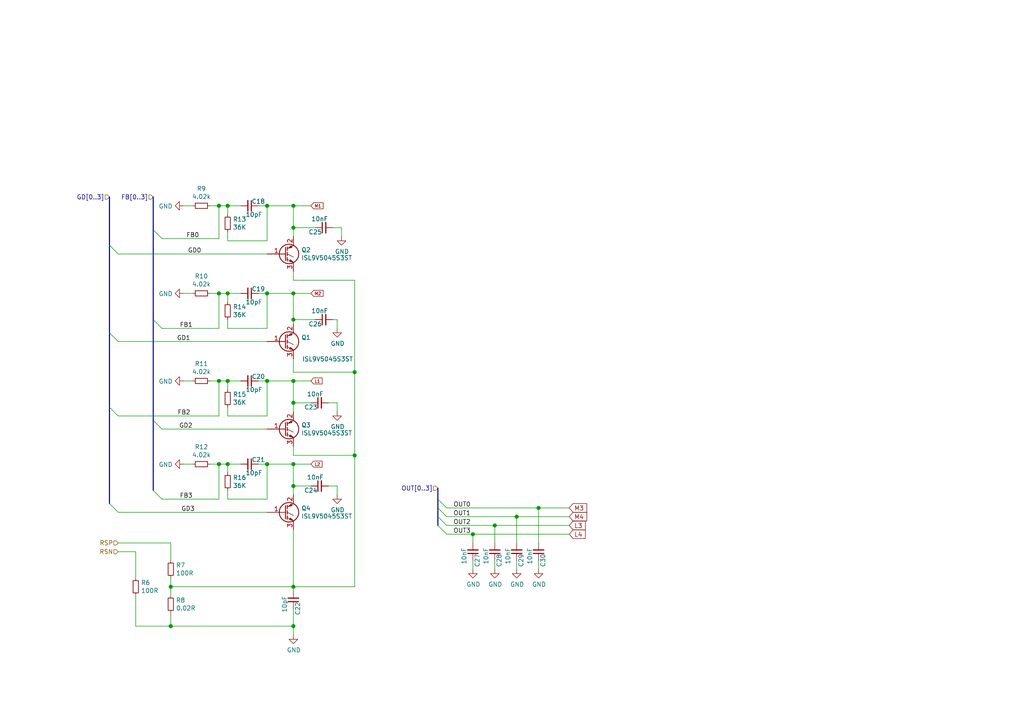
<source format=kicad_sch>
(kicad_sch (version 20211123) (generator eeschema)
  (paper "A4")
  (title_block (title "uEFI") (date "%%date%%") (rev "v3-%%version%%") (company "Churrosoft") (comment 1 "MIT Licence"))
  (lib_symbols
    (symbol "Device:C_Small" (pin_numbers hide) (pin_names (offset 0.254) hide)
      (property "Reference" "C" (at 0.254 1.778 0))
      (property "Value" "C_Small" (at 0.254 -2.032 0))
      (symbol "C_Small_0_1"
        (polyline (pts (xy -1.524 -0.508) (xy 1.524 -0.508)) (stroke (width 0.3302)))
        (polyline (pts (xy -1.524 0.508) (xy 1.524 0.508)) (stroke (width 0.3048)))
      )
      (symbol "C_Small_1_1"
        (pin passive line (at 0 2.54 270) (length 2.032) (name "~") (number "1"))
        (pin passive line (at 0 -2.54 90) (length 2.032) (name "~") (number "2"))
      )
    )
    (symbol "Device:Q_NIGBT_GCE" (pin_names (offset 0) hide)
      (property "Reference" "Q" (at 5.08 1.27 0))
      (property "Value" "Q_NIGBT_GCE" (at 5.08 -1.27 0))
      (symbol "Q_NIGBT_GCE_0_1"
        (polyline (pts (xy 0.762 -1.016) (xy 0.762 -2.032)) (stroke (width 0.254)))
        (polyline (pts (xy 0.762 0.508) (xy 0.762 -0.508)) (stroke (width 0.254)))
        (polyline (pts (xy 0.762 2.032) (xy 0.762 1.016)) (stroke (width 0.254)))
        (polyline (pts (xy 2.54 -2.413) (xy 0.762 -1.524)))
        (polyline (pts (xy 2.54 -0.889) (xy 0.762 0)))
        (polyline (pts (xy 2.54 2.413) (xy 0.762 1.524)))
        (polyline (pts (xy 0.254 1.905) (xy 0.254 -1.905) (xy 0.254 -1.905)) (stroke (width 0.254)))
        (polyline (pts (xy 1.397 -2.159) (xy 1.651 -1.651) (xy 2.54 -2.413) (xy 1.397 -2.159)) (fill (type outline)))
        (polyline (pts (xy 2.159 1.905) (xy 1.905 2.413) (xy 1.016 1.651) (xy 2.159 1.905)) (fill (type outline)))
        (circle (center 1.27 0) (radius 2.8194) (stroke (width 0.254)))
      )
      (symbol "Q_NIGBT_GCE_1_1"
        (pin input line (at -5.08 0 0) (length 5.334) (name "G") (number "1"))
        (pin passive line (at 2.54 5.08 270) (length 2.54) (name "C") (number "2"))
        (pin passive line (at 2.54 -5.08 90) (length 2.54) (name "E") (number "3"))
      )
    )
    (symbol "Device:R_Small" (pin_numbers hide) (pin_names (offset 0.254) hide)
      (property "Reference" "R" (at 0.762 0.508 0))
      (property "Value" "R_Small" (at 0.762 -1.016 0))
      (symbol "R_Small_0_1"
        (rectangle (start -0.762 1.778) (end 0.762 -1.778) (stroke (width 0.2032)))
      )
      (symbol "R_Small_1_1"
        (pin passive line (at 0 2.54 270) (length 0.762) (name "~") (number "1"))
        (pin passive line (at 0 -2.54 90) (length 0.762) (name "~") (number "2"))
      )
    )
    (symbol "power:GND" (power) (pin_names (offset 0))
      (property "Value" "GND" (at 0 -3.81 0))
      (symbol "GND_0_1"
        (polyline (pts (xy 0 0) (xy 0 -1.27) (xy 1.27 -1.27) (xy 0 -2.54) (xy -1.27 -1.27) (xy 0 -1.27)))
      )
      (symbol "GND_1_1"
        (pin power_in line (at 0 0 270) (length 0) hide (name "GND") (number "1"))
      )
    )
  )
  (junction (at 85.09 66.04) (diameter 1.016))
  (junction (at 49.53 170.18) (diameter 1.016))
  (junction (at 66.04 134.62) (diameter 1.016))
  (junction (at 85.09 85.09) (diameter 1.016))
  (junction (at 102.87 107.95) (diameter 1.016))
  (junction (at 63.5 59.69) (diameter 1.016))
  (junction (at 85.09 140.97) (diameter 1.016))
  (junction (at 77.47 59.69) (diameter 1.016))
  (junction (at 102.87 132.08) (diameter 1.016))
  (junction (at 77.47 110.49) (diameter 1.016))
  (junction (at 77.47 85.09) (diameter 1.016))
  (junction (at 85.09 116.84) (diameter 1.016))
  (junction (at 66.04 110.49) (diameter 1.016))
  (junction (at 66.04 85.09) (diameter 1.016))
  (junction (at 85.09 92.71) (diameter 1.016))
  (junction (at 156.21 147.32) (diameter 1.016))
  (junction (at 63.5 134.62) (diameter 1.016))
  (junction (at 137.16 154.94) (diameter 1.016))
  (junction (at 66.04 59.69) (diameter 1.016))
  (junction (at 85.09 170.18) (diameter 1.016))
  (junction (at 85.09 59.69) (diameter 1.016))
  (junction (at 85.09 181.61) (diameter 1.016))
  (junction (at 149.86 149.86) (diameter 1.016))
  (junction (at 143.51 152.4) (diameter 1.016))
  (junction (at 63.5 110.49) (diameter 1.016))
  (junction (at 63.5 85.09) (diameter 1.016))
  (junction (at 49.53 181.61) (diameter 1.016))
  (junction (at 77.47 134.62) (diameter 1.016))
  (junction (at 85.09 110.49) (diameter 1.016))
  (junction (at 85.09 134.62) (diameter 1.016))
  (bus_entry (at 44.45 121.92) (size 2.54 2.54) (stroke (width 0.1524)))
  (bus_entry (at 44.45 66.675) (size 2.54 2.54) (stroke (width 0.1524)))
  (bus_entry (at 44.45 142.24) (size 2.54 2.54) (stroke (width 0.1524)))
  (bus_entry (at 31.75 96.52) (size 2.54 2.54) (stroke (width 0.1524)))
  (bus_entry (at 127 152.4) (size 2.54 2.54) (stroke (width 0.1524)))
  (bus_entry (at 31.75 146.05) (size 2.54 2.54) (stroke (width 0.1524)))
  (bus_entry (at 127 144.78) (size 2.54 2.54) (stroke (width 0.1524)))
  (bus_entry (at 31.75 71.12) (size 2.54 2.54) (stroke (width 0.1524)))
  (bus_entry (at 31.75 118.11) (size 2.54 2.54) (stroke (width 0.1524)))
  (bus_entry (at 127 149.86) (size 2.54 2.54) (stroke (width 0.1524)))
  (bus_entry (at 127 147.32) (size 2.54 2.54) (stroke (width 0.1524)))
  (bus_entry (at 44.45 92.71) (size 2.54 2.54) (stroke (width 0.1524)))
  (wire (pts (xy 63.5 85.09) (xy 63.5 95.25)))
  (wire (pts (xy 77.47 144.78) (xy 66.04 144.78)))
  (bus (pts (xy 44.45 92.71) (xy 44.45 121.92)))
  (wire (pts (xy 66.04 137.16) (xy 66.04 134.62)))
  (wire (pts (xy 129.54 154.94) (xy 137.16 154.94)))
  (wire (pts (xy 137.16 154.94) (xy 165.1 154.94)))
  (wire (pts (xy 85.09 104.14) (xy 85.09 107.95)))
  (wire (pts (xy 66.04 134.62) (xy 69.85 134.62)))
  (wire (pts (xy 85.09 110.49) (xy 85.09 116.84)))
  (wire (pts (xy 34.29 148.59) (xy 77.47 148.59)))
  (bus (pts (xy 127 141.605) (xy 127 144.78)))
  (bus (pts (xy 44.45 121.92) (xy 44.45 142.24)))
  (wire (pts (xy 39.37 181.61) (xy 49.53 181.61)))
  (bus (pts (xy 31.75 118.11) (xy 31.75 146.05)))
  (wire (pts (xy 99.06 66.04) (xy 99.06 68.58)))
  (wire (pts (xy 77.47 95.25) (xy 66.04 95.25)))
  (wire (pts (xy 156.21 147.32) (xy 165.1 147.32)))
  (wire (pts (xy 156.21 147.32) (xy 156.21 157.48)))
  (wire (pts (xy 66.04 62.23) (xy 66.04 59.69)))
  (wire (pts (xy 60.96 134.62) (xy 63.5 134.62)))
  (wire (pts (xy 95.25 140.97) (xy 97.79 140.97)))
  (wire (pts (xy 60.96 59.69) (xy 63.5 59.69)))
  (wire (pts (xy 102.87 107.95) (xy 102.87 132.08)))
  (wire (pts (xy 91.44 66.04) (xy 85.09 66.04)))
  (wire (pts (xy 49.53 170.18) (xy 85.09 170.18)))
  (wire (pts (xy 77.47 134.62) (xy 77.47 144.78)))
  (wire (pts (xy 46.99 144.78) (xy 63.5 144.78)))
  (wire (pts (xy 85.09 140.97) (xy 85.09 143.51)))
  (wire (pts (xy 66.04 95.25) (xy 66.04 92.71)))
  (wire (pts (xy 77.47 59.69) (xy 85.09 59.69)))
  (wire (pts (xy 97.79 140.97) (xy 97.79 143.51)))
  (wire (pts (xy 85.09 129.54) (xy 85.09 132.08)))
  (bus (pts (xy 44.45 66.675) (xy 44.45 92.71)))
  (wire (pts (xy 63.5 134.62) (xy 66.04 134.62)))
  (wire (pts (xy 53.34 85.09) (xy 55.88 85.09)))
  (wire (pts (xy 85.09 134.62) (xy 85.09 140.97)))
  (wire (pts (xy 63.5 110.49) (xy 66.04 110.49)))
  (wire (pts (xy 63.5 110.49) (xy 63.5 120.65)))
  (wire (pts (xy 63.5 85.09) (xy 66.04 85.09)))
  (wire (pts (xy 85.09 66.04) (xy 85.09 68.58)))
  (wire (pts (xy 66.04 69.85) (xy 66.04 67.31)))
  (wire (pts (xy 46.99 69.215) (xy 63.5 69.215)))
  (wire (pts (xy 77.47 59.69) (xy 77.47 69.85)))
  (bus (pts (xy 127 149.86) (xy 127 152.4)))
  (wire (pts (xy 85.09 181.61) (xy 85.09 184.15)))
  (wire (pts (xy 49.53 167.64) (xy 49.53 170.18)))
  (wire (pts (xy 85.09 116.84) (xy 85.09 119.38)))
  (wire (pts (xy 137.16 162.56) (xy 137.16 165.1)))
  (wire (pts (xy 53.34 110.49) (xy 55.88 110.49)))
  (wire (pts (xy 85.09 78.74) (xy 85.09 81.28)))
  (wire (pts (xy 102.87 81.28) (xy 102.87 107.95)))
  (wire (pts (xy 143.51 152.4) (xy 165.1 152.4)))
  (wire (pts (xy 149.86 149.86) (xy 149.86 157.48)))
  (wire (pts (xy 90.17 116.84) (xy 85.09 116.84)))
  (bus (pts (xy 31.75 57.15) (xy 31.75 71.12)))
  (wire (pts (xy 95.25 116.84) (xy 97.79 116.84)))
  (wire (pts (xy 91.44 92.71) (xy 85.09 92.71)))
  (wire (pts (xy 102.87 170.18) (xy 85.09 170.18)))
  (wire (pts (xy 85.09 59.69) (xy 90.17 59.69)))
  (wire (pts (xy 77.47 69.85) (xy 66.04 69.85)))
  (wire (pts (xy 39.37 172.72) (xy 39.37 181.61)))
  (wire (pts (xy 34.29 157.48) (xy 49.53 157.48)))
  (wire (pts (xy 66.04 85.09) (xy 69.85 85.09)))
  (wire (pts (xy 63.5 59.69) (xy 66.04 59.69)))
  (wire (pts (xy 102.87 132.08) (xy 102.87 170.18)))
  (wire (pts (xy 49.53 177.8) (xy 49.53 181.61)))
  (wire (pts (xy 63.5 134.62) (xy 63.5 144.78)))
  (wire (pts (xy 60.96 85.09) (xy 63.5 85.09)))
  (wire (pts (xy 66.04 59.69) (xy 69.85 59.69)))
  (wire (pts (xy 49.53 157.48) (xy 49.53 162.56)))
  (wire (pts (xy 77.47 110.49) (xy 77.47 120.65)))
  (wire (pts (xy 34.29 120.65) (xy 63.5 120.65)))
  (bus (pts (xy 31.75 96.52) (xy 31.75 118.11)))
  (wire (pts (xy 85.09 134.62) (xy 90.17 134.62)))
  (wire (pts (xy 129.54 149.86) (xy 149.86 149.86)))
  (wire (pts (xy 46.99 95.25) (xy 63.5 95.25)))
  (wire (pts (xy 85.09 132.08) (xy 102.87 132.08)))
  (wire (pts (xy 85.09 176.53) (xy 85.09 181.61)))
  (wire (pts (xy 96.52 66.04) (xy 99.06 66.04)))
  (wire (pts (xy 137.16 154.94) (xy 137.16 157.48)))
  (wire (pts (xy 129.54 152.4) (xy 143.51 152.4)))
  (wire (pts (xy 66.04 87.63) (xy 66.04 85.09)))
  (wire (pts (xy 85.09 85.09) (xy 85.09 92.71)))
  (wire (pts (xy 34.29 99.06) (xy 77.47 99.06)))
  (wire (pts (xy 77.47 85.09) (xy 77.47 95.25)))
  (wire (pts (xy 85.09 92.71) (xy 85.09 93.98)))
  (wire (pts (xy 97.79 92.71) (xy 97.79 95.25)))
  (wire (pts (xy 85.09 170.18) (xy 85.09 171.45)))
  (wire (pts (xy 66.04 144.78) (xy 66.04 142.24)))
  (wire (pts (xy 97.79 116.84) (xy 97.79 119.38)))
  (wire (pts (xy 53.34 134.62) (xy 55.88 134.62)))
  (wire (pts (xy 85.09 110.49) (xy 90.17 110.49)))
  (wire (pts (xy 149.86 149.86) (xy 165.1 149.86)))
  (bus (pts (xy 44.45 57.15) (xy 44.45 66.675)))
  (wire (pts (xy 49.53 181.61) (xy 85.09 181.61)))
  (wire (pts (xy 66.04 120.65) (xy 66.04 118.11)))
  (wire (pts (xy 66.04 110.49) (xy 69.85 110.49)))
  (wire (pts (xy 156.21 162.56) (xy 156.21 165.1)))
  (wire (pts (xy 77.47 134.62) (xy 85.09 134.62)))
  (wire (pts (xy 49.53 170.18) (xy 49.53 172.72)))
  (wire (pts (xy 39.37 160.02) (xy 39.37 167.64)))
  (wire (pts (xy 34.29 160.02) (xy 39.37 160.02)))
  (wire (pts (xy 46.99 124.46) (xy 77.47 124.46)))
  (wire (pts (xy 34.29 73.66) (xy 77.47 73.66)))
  (wire (pts (xy 143.51 162.56) (xy 143.51 165.1)))
  (wire (pts (xy 66.04 113.03) (xy 66.04 110.49)))
  (bus (pts (xy 127 144.78) (xy 127 147.32)))
  (wire (pts (xy 77.47 134.62) (xy 74.93 134.62)))
  (wire (pts (xy 85.09 107.95) (xy 102.87 107.95)))
  (bus (pts (xy 127 147.32) (xy 127 149.86)))
  (wire (pts (xy 60.96 110.49) (xy 63.5 110.49)))
  (wire (pts (xy 85.09 85.09) (xy 90.17 85.09)))
  (wire (pts (xy 77.47 59.69) (xy 74.93 59.69)))
  (wire (pts (xy 149.86 162.56) (xy 149.86 165.1)))
  (wire (pts (xy 77.47 110.49) (xy 85.09 110.49)))
  (wire (pts (xy 53.34 59.69) (xy 55.88 59.69)))
  (wire (pts (xy 129.54 147.32) (xy 156.21 147.32)))
  (wire (pts (xy 77.47 120.65) (xy 66.04 120.65)))
  (wire (pts (xy 85.09 81.28) (xy 102.87 81.28)))
  (wire (pts (xy 143.51 152.4) (xy 143.51 157.48)))
  (wire (pts (xy 90.17 140.97) (xy 85.09 140.97)))
  (wire (pts (xy 96.52 92.71) (xy 97.79 92.71)))
  (wire (pts (xy 63.5 59.69) (xy 63.5 69.215)))
  (wire (pts (xy 85.09 153.67) (xy 85.09 170.18)))
  (wire (pts (xy 77.47 85.09) (xy 74.93 85.09)))
  (wire (pts (xy 85.09 59.69) (xy 85.09 66.04)))
  (wire (pts (xy 77.47 110.49) (xy 74.93 110.49)))
  (bus (pts (xy 31.75 71.12) (xy 31.75 96.52)))
  (wire (pts (xy 77.47 85.09) (xy 85.09 85.09)))
  (label "FB3" (at 55.88 144.78 180))
  (label "OUT2" (at 136.525 152.4 180))
  (label "GD0" (at 58.42 73.66 180))
  (label "GD1" (at 55.245 99.06 180))
  (label "FB0" (at 57.785 69.215 180))
  (label "OUT3" (at 136.525 154.94 180))
  (label "GD2" (at 55.88 124.46 180))
  (label "OUT0" (at 136.525 147.32 180))
  (label "OUT1" (at 136.525 149.86 180))
  (label "GD3" (at 56.515 148.59 180))
  (label "FB1" (at 55.88 95.25 180))
  (label "FB2" (at 55.245 120.65 180))
  (global_label "L3" (shape input) (at 165.1 152.4 0) (property "Intersheet References" "${INTERSHEET_REFS}" (effects hide)))
  (global_label "L4" (shape input) (at 165.1 154.94 0) (property "Intersheet References" "${INTERSHEET_REFS}" (effects hide)))
  (global_label "L1" (shape input) (at 90.17 110.49 0) (effects (font (size 0.889 0.889))) (property "Intersheet References" "${INTERSHEET_REFS}" (effects hide)))
  (global_label "L2" (shape input) (at 90.17 134.62 0) (effects (font (size 0.889 0.889))) (property "Intersheet References" "${INTERSHEET_REFS}" (effects hide)))
  (global_label "M2" (shape input) (at 90.17 85.09 0) (effects (font (size 0.889 0.889))) (property "Intersheet References" "${INTERSHEET_REFS}" (effects hide)))
  (global_label "M1" (shape input) (at 90.17 59.69 0) (effects (font (size 0.889 0.889))) (property "Intersheet References" "${INTERSHEET_REFS}" (effects hide)))
  (global_label "M3" (shape input) (at 165.1 147.32 0) (property "Intersheet References" "${INTERSHEET_REFS}" (effects hide)))
  (global_label "M4" (shape input) (at 165.1 149.86 0) (property "Intersheet References" "${INTERSHEET_REFS}" (effects hide)))
  (hierarchical_label "GD[0..3]" (shape input) (at 31.75 57.15 180))
  (hierarchical_label "RSN" (shape input) (at 34.29 160.02 180))
  (hierarchical_label "FB[0..3]" (shape input) (at 44.45 57.15 180))
  (hierarchical_label "RSP" (shape input) (at 34.29 157.48 180))
  (hierarchical_label "OUT[0..3]" (shape input) (at 127 141.605 180))
  (symbol (lib_id "Device:R_Small") (at 66.04 64.77 0) (unit 1)
    (property "Reference" "R13" (at 67.5386 63.6016 0) (effects (justify left)))
    (property "Value" "36K" (at 67.5386 65.913 0) (effects (justify left)))
    (property "Footprint" "Resistor_SMD:R_0603_1608Metric" (effects hide))
    (property "LCSC" "C192548" (effects hide))
  )
  (symbol (lib_id "Device:C_Small") (at 72.39 59.69 270) (mirror x) (unit 1)
    (property "Reference" "C18" (at 74.93 58.42 90))
    (property "Value" "10pF" (at 73.66 62.23 90))
    (property "Footprint" "Capacitor_SMD:C_0603_1608Metric" (effects hide))
    (property "LCSC" "C106245" (effects hide))
  )
  (symbol (lib_id "power:GND") (at 53.34 59.69 270) (unit 1)
    (property "Reference" "#PWR0124" (effects hide))
    (property "Value" "GND" (at 50.0888 59.817 90) (effects (justify right)))
  )
  (symbol (lib_id "Device:R_Small") (at 49.53 165.1 180) (unit 1)
    (property "Reference" "R7" (at 51.0286 163.9316 0) (effects (justify right)))
    (property "Value" "100R" (at 51.0286 166.243 0) (effects (justify right)))
    (property "Footprint" "Resistor_SMD:R_0603_1608Metric" (effects hide))
    (property "LCSC" "C159890" (effects hide))
  )
  (symbol (lib_id "Device:R_Small") (at 49.53 175.26 0) (unit 1)
    (property "Reference" "R8" (at 51.0286 174.0916 0) (effects (justify left)))
    (property "Value" "0.02R" (at 51.0286 176.403 0) (effects (justify left)))
    (property "Footprint" "Resistor_SMD:R_2512_6332Metric" (effects hide))
    (property "LCSC" "C326611" (effects hide))
  )
  (symbol (lib_id "power:GND") (at 53.34 85.09 270) (unit 1)
    (property "Reference" "#PWR0125" (effects hide))
    (property "Value" "GND" (at 50.0888 85.217 90) (effects (justify right)))
  )
  (symbol (lib_id "Device:Q_NIGBT_GCE") (at 82.55 99.06 0) (unit 1)
    (property "Reference" "Q1" (at 87.376 97.8916 0) (effects (justify left)))
    (property "Value" "ISL9V5045S3ST" (at 87.63 104.14 0) (effects (justify left)))
    (property "Footprint" "Package_TO_SOT_SMD:TO-263-2" (effects hide))
  )
  (symbol (lib_id "power:GND") (at 53.34 110.49 270) (unit 1)
    (property "Reference" "#PWR0126" (effects hide))
    (property "Value" "GND" (at 50.0888 110.617 90) (effects (justify right)))
  )
  (symbol (lib_id "Device:Q_NIGBT_GCE") (at 82.55 124.46 0) (unit 1)
    (property "Reference" "Q3" (at 87.376 123.2916 0) (effects (justify left)))
    (property "Value" "ISL9V5045S3ST" (at 87.376 125.603 0) (effects (justify left)))
    (property "Footprint" "Package_TO_SOT_SMD:TO-263-2" (effects hide))
  )
  (symbol (lib_id "Device:R_Small") (at 58.42 134.62 90) (unit 1)
    (property "Reference" "R12" (at 58.42 129.6416 90))
    (property "Value" "4.02k" (at 58.42 131.953 90))
    (property "Footprint" "Resistor_SMD:R_0603_1608Metric" (effects hide))
    (property "LCSC" "C23040" (effects hide))
  )
  (symbol (lib_id "power:GND") (at 53.34 134.62 270) (unit 1)
    (property "Reference" "#PWR0127" (effects hide))
    (property "Value" "GND" (at 50.0888 134.747 90) (effects (justify right)))
  )
  (symbol (lib_id "Device:Q_NIGBT_GCE") (at 82.55 148.59 0) (unit 1)
    (property "Reference" "Q4" (at 87.376 147.4216 0) (effects (justify left)))
    (property "Value" "ISL9V5045S3ST" (at 87.376 149.733 0) (effects (justify left)))
    (property "Footprint" "Package_TO_SOT_SMD:TO-263-2" (effects hide))
  )
  (symbol (lib_id "Device:C_Small") (at 85.09 173.99 0) (mirror x) (unit 1)
    (property "Reference" "C22" (at 86.36 176.53 90))
    (property "Value" "10pF" (at 82.55 175.26 90))
    (property "Footprint" "Capacitor_SMD:C_0603_1608Metric" (effects hide))
  )
  (symbol (lib_id "power:GND") (at 85.09 184.15 0) (unit 1)
    (property "Reference" "#PWR0128" (effects hide))
    (property "Value" "GND" (at 85.217 188.5442 0))
  )
  (symbol (lib_id "Device:C_Small") (at 93.98 66.04 90) (mirror x) (unit 1)
    (property "Reference" "C25" (at 91.44 67.31 90))
    (property "Value" "10nF" (at 92.71 63.5 90))
    (property "Footprint" "Capacitor_SMD:C_0603_1608Metric" (effects hide))
    (property "LCSC" "C100042" (effects hide))
  )
  (symbol (lib_id "power:GND") (at 97.79 143.51 0) (unit 1)
    (property "Reference" "#PWR03" (effects hide))
    (property "Value" "GND" (at 97.917 147.9042 0))
  )
  (symbol (lib_id "power:GND") (at 97.79 119.38 0) (unit 1)
    (property "Reference" "#PWR02" (effects hide))
    (property "Value" "GND" (at 97.917 123.7742 0))
  )
  (symbol (lib_id "power:GND") (at 97.79 95.25 0) (unit 1)
    (property "Reference" "#PWR01" (effects hide))
    (property "Value" "GND" (at 97.917 99.6442 0))
  )
  (symbol (lib_id "power:GND") (at 99.06 68.58 0) (unit 1)
    (property "Reference" "#PWR04" (effects hide))
    (property "Value" "GND" (at 99.187 72.9742 0))
  )
  (symbol (lib_id "power:GND") (at 137.16 165.1 0) (unit 1)
    (property "Reference" "#PWR05" (effects hide))
    (property "Value" "GND" (at 137.287 169.4942 0))
  )
  (symbol (lib_id "power:GND") (at 143.51 165.1 0) (unit 1)
    (property "Reference" "#PWR06" (effects hide))
    (property "Value" "GND" (at 143.637 169.4942 0))
  )
  (symbol (lib_id "power:GND") (at 149.86 165.1 0) (unit 1)
    (property "Reference" "#PWR07" (effects hide))
    (property "Value" "GND" (at 149.987 169.4942 0))
  )
  (symbol (lib_id "power:GND") (at 156.21 165.1 0) (unit 1)
    (property "Reference" "#PWR08" (effects hide))
    (property "Value" "GND" (at 156.337 169.4942 0))
  )
  (symbol (lib_id "Device:C_Small") (at 93.98 92.71 90) (mirror x) (unit 1)
    (property "Reference" "C26" (at 91.44 93.98 90))
    (property "Value" "10nF" (at 92.71 90.17 90))
    (property "Footprint" "Capacitor_SMD:C_0603_1608Metric" (effects hide))
    (property "LCSC" "C100042" (effects hide))
  )
  (symbol (lib_id "Device:C_Small") (at 92.71 116.84 90) (mirror x) (unit 1)
    (property "Reference" "C23" (at 90.17 118.11 90))
    (property "Value" "10nF" (at 91.44 114.3 90))
    (property "Footprint" "Capacitor_SMD:C_0603_1608Metric" (effects hide))
    (property "LCSC" "C100042" (effects hide))
  )
  (symbol (lib_id "Device:C_Small") (at 92.71 140.97 90) (mirror x) (unit 1)
    (property "Reference" "C24" (at 90.17 142.24 90))
    (property "Value" "10nF" (at 91.44 138.43 90))
    (property "Footprint" "Capacitor_SMD:C_0603_1608Metric" (effects hide))
    (property "LCSC" "C100042" (effects hide))
  )
  (symbol (lib_id "Device:C_Small") (at 137.16 160.02 0) (mirror x) (unit 1)
    (property "Reference" "C27" (at 138.43 162.56 90))
    (property "Value" "10nF" (at 134.62 161.29 90))
    (property "Footprint" "Capacitor_SMD:C_0603_1608Metric" (effects hide))
    (property "LCSC" "C100042" (effects hide))
  )
  (symbol (lib_id "Device:C_Small") (at 143.51 160.02 0) (mirror x) (unit 1)
    (property "Reference" "C28" (at 144.78 162.56 90))
    (property "Value" "10nF" (at 140.97 161.29 90))
    (property "Footprint" "Capacitor_SMD:C_0603_1608Metric" (effects hide))
    (property "LCSC" "C100042" (effects hide))
  )
  (symbol (lib_id "Device:C_Small") (at 149.86 160.02 0) (mirror x) (unit 1)
    (property "Reference" "C29" (at 151.13 162.56 90))
    (property "Value" "10nF" (at 147.32 161.29 90))
    (property "Footprint" "Capacitor_SMD:C_0603_1608Metric" (effects hide))
    (property "LCSC" "C100042" (effects hide))
  )
  (symbol (lib_id "Device:C_Small") (at 156.21 160.02 0) (mirror x) (unit 1)
    (property "Reference" "C30" (at 157.48 162.56 90))
    (property "Value" "10nF" (at 153.67 161.29 90))
    (property "Footprint" "Capacitor_SMD:C_0603_1608Metric" (effects hide))
    (property "LCSC" "C100042" (effects hide))
  )
  (symbol (lib_id "Device:C_Small") (at 72.39 85.09 270) (mirror x) (unit 1)
    (property "Reference" "C19" (at 74.93 83.82 90))
    (property "Value" "10pF" (at 73.66 87.63 90))
    (property "Footprint" "Capacitor_SMD:C_0603_1608Metric" (effects hide))
    (property "LCSC" "C106245" (effects hide))
  )
  (symbol (lib_id "Device:C_Small") (at 72.39 110.49 270) (mirror x) (unit 1)
    (property "Reference" "C20" (at 74.93 109.22 90))
    (property "Value" "10pF" (at 73.66 113.03 90))
    (property "Footprint" "Capacitor_SMD:C_0603_1608Metric" (effects hide))
    (property "LCSC" "C106245" (effects hide))
  )
  (symbol (lib_id "Device:C_Small") (at 72.39 134.62 270) (mirror x) (unit 1)
    (property "Reference" "C21" (at 74.93 133.35 90))
    (property "Value" "10pF" (at 73.66 137.16 90))
    (property "Footprint" "Capacitor_SMD:C_0603_1608Metric" (effects hide))
    (property "LCSC" "C106245" (effects hide))
  )
  (symbol (lib_id "Device:R_Small") (at 66.04 90.17 0) (unit 1)
    (property "Reference" "R14" (at 67.5386 89.0016 0) (effects (justify left)))
    (property "Value" "36K" (at 67.5386 91.313 0) (effects (justify left)))
    (property "Footprint" "Resistor_SMD:R_0603_1608Metric" (effects hide))
    (property "LCSC" "C192548" (effects hide))
  )
  (symbol (lib_id "Device:R_Small") (at 66.04 115.57 0) (unit 1)
    (property "Reference" "R15" (at 67.5386 114.4016 0) (effects (justify left)))
    (property "Value" "36K" (at 67.5386 116.713 0) (effects (justify left)))
    (property "Footprint" "Resistor_SMD:R_0603_1608Metric" (effects hide))
    (property "LCSC" "C192548" (effects hide))
  )
  (symbol (lib_id "Device:R_Small") (at 66.04 139.7 0) (unit 1)
    (property "Reference" "R16" (at 67.5386 138.5316 0) (effects (justify left)))
    (property "Value" "36K" (at 67.5386 140.843 0) (effects (justify left)))
    (property "Footprint" "Resistor_SMD:R_0603_1608Metric" (effects hide))
    (property "LCSC" "C192548" (effects hide))
  )
  (symbol (lib_id "Device:R_Small") (at 58.42 110.49 90) (unit 1)
    (property "Reference" "R11" (at 58.42 105.5116 90))
    (property "Value" "4.02k" (at 58.42 107.823 90))
    (property "Footprint" "Resistor_SMD:R_0603_1608Metric" (effects hide))
    (property "LCSC" "C23040" (effects hide))
  )
  (symbol (lib_id "Device:R_Small") (at 58.42 85.09 90) (unit 1)
    (property "Reference" "R10" (at 58.42 80.1116 90))
    (property "Value" "4.02k" (at 58.42 82.423 90))
    (property "Footprint" "Resistor_SMD:R_0603_1608Metric" (effects hide))
    (property "LCSC" "C23040" (effects hide))
  )
  (symbol (lib_id "Device:R_Small") (at 58.42 59.69 90) (unit 1)
    (property "Reference" "R9" (at 58.42 54.7116 90))
    (property "Value" "4.02k" (at 58.42 57.023 90))
    (property "Footprint" "Resistor_SMD:R_0603_1608Metric" (effects hide))
    (property "LCSC" "C23040" (effects hide))
  )
  (symbol (lib_id "Device:R_Small") (at 39.37 170.18 180) (unit 1)
    (property "Reference" "R6" (at 40.8686 169.0116 0) (effects (justify right)))
    (property "Value" "100R" (at 40.8686 171.323 0) (effects (justify right)))
    (property "Footprint" "Resistor_SMD:R_0603_1608Metric" (effects hide))
    (property "LCSC" "C159890" (effects hide))
  )
  (symbol (lib_id "Device:Q_NIGBT_GCE") (at 82.55 73.66 0) (unit 1)
    (property "Reference" "Q2" (at 87.376 72.4916 0) (effects (justify left)))
    (property "Value" "ISL9V5045S3ST" (at 87.376 74.803 0) (effects (justify left)))
    (property "Footprint" "Package_TO_SOT_SMD:TO-263-2" (effects hide))
  )
)
</source>
